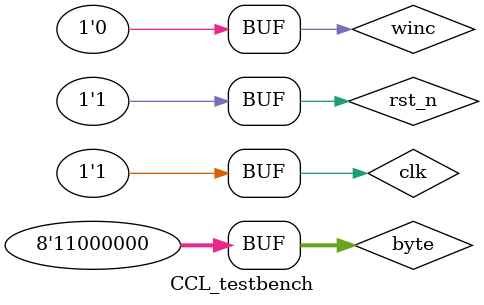
<source format=v>
`timescale 1ps/1ps
module CCL_testbench();

    reg clk,rst_n;
    reg winc;
    reg[7:0] byte;
    wire CCL_rdy;
    wire[63:0] CCL_code_sq;
    wire[15:0] CCL_count_sq;

    CCL CCL(
        .clk(clk),
        .rst_n(rst_n),
        .winc(winc),
        .byte(byte),
        .CCL_rdy(CCL_rdy),
        .CCL_code_sq(CCL_code_sq),
        .CCL_count_sq(CCL_count_sq)
    );

    initial begin
        rst_n = 0;
        winc = 0;
        byte = 8'h0;
        #10;
        rst_n = 1;
        winc = 1;
        byte = 8'hda;
        #10;
        winc = 1;
        byte = 8'h8e;
        #10;
        winc = 1;
        byte = 8'h85;
        #10;
        winc = 1;
        byte = 8'hc0;
        #10;
        winc = 0;

    end

    always  begin
        clk = 0;
        #5;
        clk = 1;
        #5;
    end
endmodule
</source>
